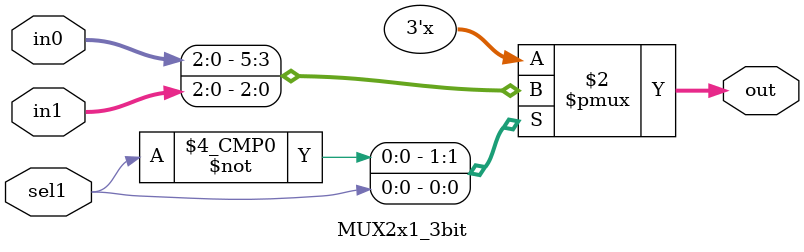
<source format=sv>
`timescale 1ns / 1ps


module MUX2x1_3bit(input logic sel1, 
                input [2:0] in0, in1,
                output logic [2:0] out
    );
    
    always @(sel1 or in0 or in1) begin
        case(sel1)
            1'b0: begin out = in0 ; end
            1'b1: begin out = in1 ; end
            default: begin out = in0 ; end
        endcase
    end
    
endmodule

</source>
